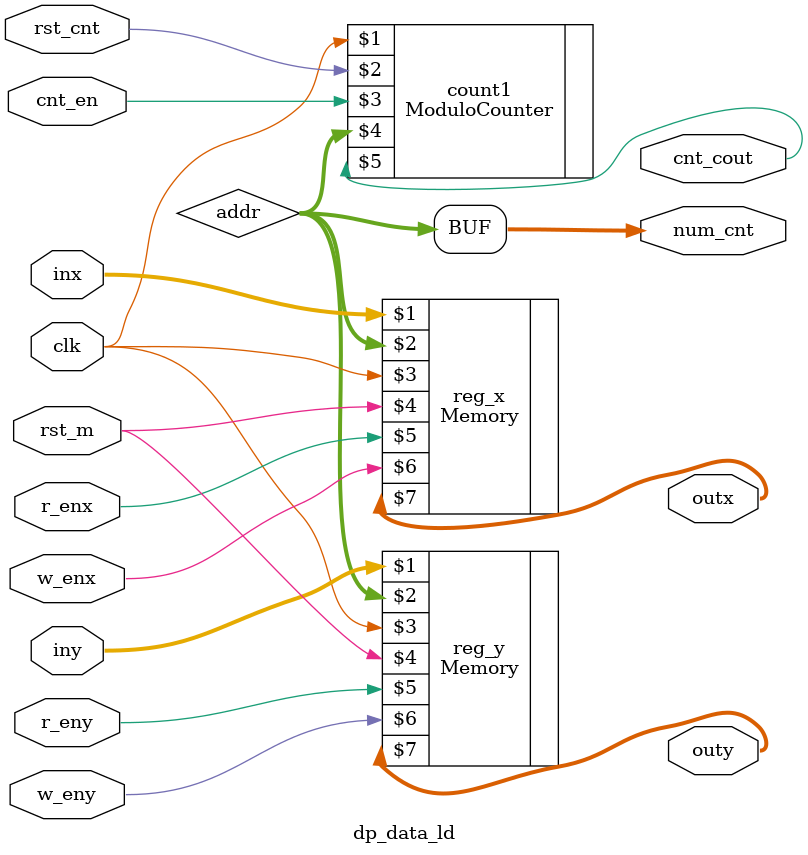
<source format=v>

module dp_data_ld(inx,iny,rst_m,r_enx,w_enx,r_eny,w_eny,outx,outy,
	cnt_en,rst_cnt,cnt_cout,clk,num_cnt);
	input [19:0] inx,iny;
	input rst_m,r_enx,w_enx,r_eny,w_eny,cnt_en,rst_cnt,clk;
	output [19:0] outx,outy;
	output cnt_cout;
	output [7:0] num_cnt;
	wire [7:0] addr;
	assign num_cnt = addr;
	ModuloCounter #(8,150) count1(clk,rst_cnt,cnt_en,addr,cnt_cout);
	Memory #(20,150,8) reg_x(inx,addr,clk,rst_m,r_enx,w_enx,outx),
		reg_y(iny,addr,clk,rst_m,r_eny,w_eny,outy);


endmodule
</source>
